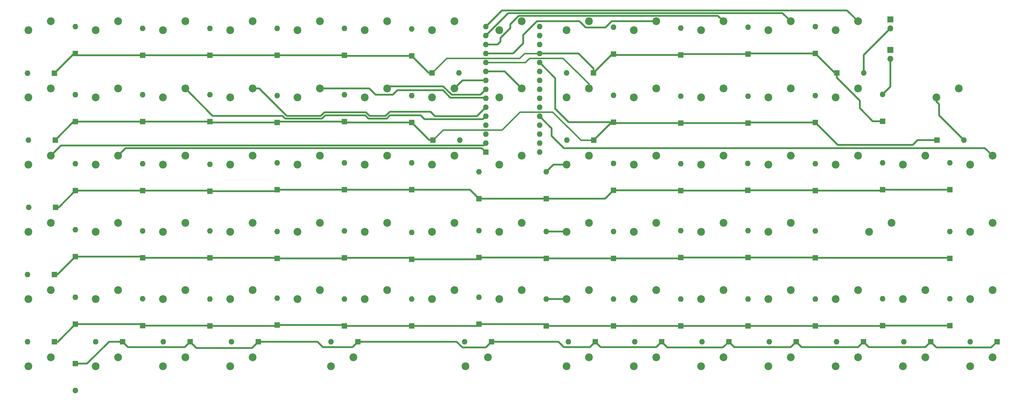
<source format=gbr>
G04 #@! TF.GenerationSoftware,KiCad,Pcbnew,(5.1.6-0-10_14)*
G04 #@! TF.CreationDate,2020-07-14T21:26:00+02:00*
G04 #@! TF.ProjectId,can-ortholinear-keyboard,63616e2d-6f72-4746-986f-6c696e656172,0.1*
G04 #@! TF.SameCoordinates,Original*
G04 #@! TF.FileFunction,Copper,L2,Bot*
G04 #@! TF.FilePolarity,Positive*
%FSLAX46Y46*%
G04 Gerber Fmt 4.6, Leading zero omitted, Abs format (unit mm)*
G04 Created by KiCad (PCBNEW (5.1.6-0-10_14)) date 2020-07-14 21:26:00*
%MOMM*%
%LPD*%
G01*
G04 APERTURE LIST*
G04 #@! TA.AperFunction,ComponentPad*
%ADD10C,2.200000*%
G04 #@! TD*
G04 #@! TA.AperFunction,ComponentPad*
%ADD11O,1.700000X1.700000*%
G04 #@! TD*
G04 #@! TA.AperFunction,ComponentPad*
%ADD12R,1.700000X1.700000*%
G04 #@! TD*
G04 #@! TA.AperFunction,ComponentPad*
%ADD13O,1.600000X1.600000*%
G04 #@! TD*
G04 #@! TA.AperFunction,ComponentPad*
%ADD14R,1.600000X1.600000*%
G04 #@! TD*
G04 #@! TA.AperFunction,Conductor*
%ADD15C,0.500000*%
G04 #@! TD*
G04 #@! TA.AperFunction,Conductor*
%ADD16C,0.400000*%
G04 #@! TD*
G04 APERTURE END LIST*
D10*
X159258000Y-57658000D03*
X165608000Y-55118000D03*
X283083000Y-95758000D03*
X289433000Y-93218000D03*
X273558000Y-76708000D03*
X279908000Y-74168000D03*
X311658000Y-133858000D03*
X318008000Y-131318000D03*
X311658000Y-114808000D03*
X318008000Y-112268000D03*
X311658000Y-95758000D03*
X318008000Y-93218000D03*
X311658000Y-76708000D03*
X318008000Y-74168000D03*
D11*
X289052000Y-46736000D03*
D12*
X289052000Y-44196000D03*
D10*
X292608000Y-133858000D03*
X298958000Y-131318000D03*
X292608000Y-114808000D03*
X298958000Y-112268000D03*
X292608000Y-76708000D03*
X298958000Y-74168000D03*
X302133000Y-57658000D03*
X308483000Y-55118000D03*
D11*
X289052000Y-38100000D03*
D12*
X289052000Y-35560000D03*
D10*
X273558000Y-133858000D03*
X279908000Y-131318000D03*
X273558000Y-114808000D03*
X279908000Y-112268000D03*
X273558000Y-57658000D03*
X279908000Y-55118000D03*
X273558000Y-38608000D03*
X279908000Y-36068000D03*
X254508000Y-133858000D03*
X260858000Y-131318000D03*
X254508000Y-114808000D03*
X260858000Y-112268000D03*
X254508000Y-95758000D03*
X260858000Y-93218000D03*
X254508000Y-76708000D03*
X260858000Y-74168000D03*
X254508000Y-57658000D03*
X260858000Y-55118000D03*
X254508000Y-38608000D03*
X260858000Y-36068000D03*
X235458000Y-133858000D03*
X241808000Y-131318000D03*
X235458000Y-114808000D03*
X241808000Y-112268000D03*
X235458000Y-95758000D03*
X241808000Y-93218000D03*
X235458000Y-76708000D03*
X241808000Y-74168000D03*
X235458000Y-57658000D03*
X241808000Y-55118000D03*
X235458000Y-38608000D03*
X241808000Y-36068000D03*
X216408000Y-133858000D03*
X222758000Y-131318000D03*
X216408000Y-114808000D03*
X222758000Y-112268000D03*
X216408000Y-95758000D03*
X222758000Y-93218000D03*
X216408000Y-76708000D03*
X222758000Y-74168000D03*
X216408000Y-57658000D03*
X222758000Y-55118000D03*
X216408000Y-38608000D03*
X222758000Y-36068000D03*
X197358000Y-133858000D03*
X203708000Y-131318000D03*
X197358000Y-114808000D03*
X203708000Y-112268000D03*
X197358000Y-95758000D03*
X203708000Y-93218000D03*
X197358000Y-76708000D03*
X203708000Y-74168000D03*
X197358000Y-57658000D03*
X203708000Y-55118000D03*
X197358000Y-38608000D03*
X203708000Y-36068000D03*
X178308000Y-114808000D03*
X184658000Y-112268000D03*
X178308000Y-95758000D03*
X184658000Y-93218000D03*
X178308000Y-76708000D03*
X184658000Y-74168000D03*
X178308000Y-57658000D03*
X184658000Y-55118000D03*
X178308000Y-38608000D03*
X184658000Y-36068000D03*
X168783000Y-133858000D03*
X175133000Y-131318000D03*
X159258000Y-114808000D03*
X165608000Y-112268000D03*
X159258000Y-95758000D03*
X165608000Y-93218000D03*
X159258000Y-76708000D03*
X165608000Y-74168000D03*
X159258000Y-38608000D03*
X165608000Y-36068000D03*
X140208000Y-114808000D03*
X146558000Y-112268000D03*
X140208000Y-95758000D03*
X146558000Y-93218000D03*
X140208000Y-76708000D03*
X146558000Y-74168000D03*
X140208000Y-57658000D03*
X146558000Y-55118000D03*
X140208000Y-38608000D03*
X146558000Y-36068000D03*
X130683000Y-133858000D03*
X137033000Y-131318000D03*
X121158000Y-114808000D03*
X127508000Y-112268000D03*
X121158000Y-95758000D03*
X127508000Y-93218000D03*
X121158000Y-76708000D03*
X127508000Y-74168000D03*
X121158000Y-57658000D03*
X127508000Y-55118000D03*
X121158000Y-38608000D03*
X127508000Y-36068000D03*
X102108000Y-133858000D03*
X108458000Y-131318000D03*
X102108000Y-114808000D03*
X108458000Y-112268000D03*
X102108000Y-95758000D03*
X108458000Y-93218000D03*
X102108000Y-76708000D03*
X108458000Y-74168000D03*
X102108000Y-57658000D03*
X108458000Y-55118000D03*
X102108000Y-38608000D03*
X108458000Y-36068000D03*
X83058000Y-133858000D03*
X89408000Y-131318000D03*
X83058000Y-114808000D03*
X89408000Y-112268000D03*
X83058000Y-95758000D03*
X89408000Y-93218000D03*
X83058000Y-76708000D03*
X89408000Y-74168000D03*
X83058000Y-57658000D03*
X89408000Y-55118000D03*
X83058000Y-38608000D03*
X89408000Y-36068000D03*
X64008000Y-133858000D03*
X70358000Y-131318000D03*
X64008000Y-114808000D03*
X70358000Y-112268000D03*
X64008000Y-95758000D03*
X70358000Y-93218000D03*
X64008000Y-76708000D03*
X70358000Y-74168000D03*
X64008000Y-57658000D03*
X70358000Y-55118000D03*
X64008000Y-38608000D03*
X70358000Y-36068000D03*
X44958000Y-133858000D03*
X51308000Y-131318000D03*
X44958000Y-114808000D03*
X51308000Y-112268000D03*
X44958000Y-95758000D03*
X51308000Y-93218000D03*
X44958000Y-76708000D03*
X51308000Y-74168000D03*
X44958000Y-57658000D03*
X51308000Y-55118000D03*
X44958000Y-38608000D03*
X51308000Y-36068000D03*
D13*
X311658000Y-126873000D03*
D14*
X319278000Y-126873000D03*
D13*
X305943000Y-114681000D03*
D14*
X305943000Y-122301000D03*
D13*
X305943000Y-95631000D03*
D14*
X305943000Y-103251000D03*
D13*
X305943000Y-76200000D03*
D14*
X305943000Y-83820000D03*
D13*
X286893000Y-56769000D03*
D14*
X286893000Y-64389000D03*
D13*
X292862000Y-126873000D03*
D14*
X300482000Y-126873000D03*
D13*
X286893000Y-114681000D03*
D14*
X286893000Y-122301000D03*
D13*
X286893000Y-76200000D03*
D14*
X286893000Y-83820000D03*
D13*
X309880000Y-69723000D03*
D14*
X302260000Y-69723000D03*
D13*
X281559000Y-50673000D03*
D14*
X273939000Y-50673000D03*
D13*
X273812000Y-126873000D03*
D14*
X281432000Y-126873000D03*
D13*
X267843000Y-114808000D03*
D14*
X267843000Y-122428000D03*
D13*
X267843000Y-95504000D03*
D14*
X267843000Y-103124000D03*
D13*
X267843000Y-76454000D03*
D14*
X267843000Y-84074000D03*
D13*
X267843000Y-57150000D03*
D14*
X267843000Y-64770000D03*
D13*
X267843000Y-37592000D03*
D14*
X267843000Y-45212000D03*
D13*
X254762000Y-126873000D03*
D14*
X262382000Y-126873000D03*
D13*
X248793000Y-114808000D03*
D14*
X248793000Y-122428000D03*
D13*
X248793000Y-95377000D03*
D14*
X248793000Y-102997000D03*
D13*
X248666000Y-76327000D03*
D14*
X248666000Y-83947000D03*
D13*
X248793000Y-57277000D03*
D14*
X248793000Y-64897000D03*
D13*
X248793000Y-37719000D03*
D14*
X248793000Y-45339000D03*
D13*
X235712000Y-126873000D03*
D14*
X243332000Y-126873000D03*
D13*
X229743000Y-114808000D03*
D14*
X229743000Y-122428000D03*
D13*
X229743000Y-95377000D03*
D14*
X229743000Y-102997000D03*
D13*
X229743000Y-76454000D03*
D14*
X229743000Y-84074000D03*
D13*
X229743000Y-57277000D03*
D14*
X229743000Y-64897000D03*
D13*
X229743000Y-37973000D03*
D14*
X229743000Y-45593000D03*
D13*
X216662000Y-126873000D03*
D14*
X224282000Y-126873000D03*
D13*
X210693000Y-114808000D03*
D14*
X210693000Y-122428000D03*
D13*
X210693000Y-95631000D03*
D14*
X210693000Y-103251000D03*
D13*
X210693000Y-76327000D03*
D14*
X210693000Y-83947000D03*
D13*
X210693000Y-57023000D03*
D14*
X210693000Y-64643000D03*
D13*
X210693000Y-37719000D03*
D14*
X210693000Y-45339000D03*
D13*
X197866000Y-126873000D03*
D14*
X205486000Y-126873000D03*
D13*
X191643000Y-114808000D03*
D14*
X191643000Y-122428000D03*
D13*
X191643000Y-95631000D03*
D14*
X191643000Y-103251000D03*
D13*
X191643000Y-78740000D03*
D14*
X191643000Y-86360000D03*
D13*
X197485000Y-69723000D03*
D14*
X205105000Y-69723000D03*
D13*
X197358000Y-50673000D03*
D14*
X204978000Y-50673000D03*
D13*
X172593000Y-114300000D03*
D14*
X172593000Y-121920000D03*
D13*
X172593000Y-95377000D03*
D14*
X172593000Y-102997000D03*
D13*
X172593000Y-78740000D03*
D14*
X172593000Y-86360000D03*
D13*
X167132000Y-69723000D03*
D14*
X159512000Y-69723000D03*
D13*
X166878000Y-50673000D03*
D14*
X159258000Y-50673000D03*
D13*
X168529000Y-126873000D03*
D14*
X176149000Y-126873000D03*
D13*
X153543000Y-114808000D03*
D14*
X153543000Y-122428000D03*
D13*
X153543000Y-95885000D03*
D14*
X153543000Y-103505000D03*
D13*
X153543000Y-76200000D03*
D14*
X153543000Y-83820000D03*
D13*
X153543000Y-57150000D03*
D14*
X153543000Y-64770000D03*
D13*
X153543000Y-38227000D03*
D14*
X153543000Y-45847000D03*
D13*
X134493000Y-114808000D03*
D14*
X134493000Y-122428000D03*
D13*
X134493000Y-95504000D03*
D14*
X134493000Y-103124000D03*
D13*
X134493000Y-76200000D03*
D14*
X134493000Y-83820000D03*
D13*
X134493000Y-56896000D03*
D14*
X134493000Y-64516000D03*
D13*
X134493000Y-38100000D03*
D14*
X134493000Y-45720000D03*
D13*
X130683000Y-126873000D03*
D14*
X138303000Y-126873000D03*
D13*
X115443000Y-114554000D03*
D14*
X115443000Y-122174000D03*
D13*
X115443000Y-95631000D03*
D14*
X115443000Y-103251000D03*
D13*
X115443000Y-76200000D03*
D14*
X115443000Y-83820000D03*
D13*
X115443000Y-57150000D03*
D14*
X115443000Y-64770000D03*
D13*
X115443000Y-38100000D03*
D14*
X115443000Y-45720000D03*
D13*
X102489000Y-126873000D03*
D14*
X110109000Y-126873000D03*
D13*
X96393000Y-114808000D03*
D14*
X96393000Y-122428000D03*
D13*
X96393000Y-95504000D03*
D14*
X96393000Y-103124000D03*
D13*
X96393000Y-76581000D03*
D14*
X96393000Y-84201000D03*
D13*
X96393000Y-56896000D03*
D14*
X96393000Y-64516000D03*
D13*
X96393000Y-38100000D03*
D14*
X96393000Y-45720000D03*
D13*
X83185000Y-126873000D03*
D14*
X90805000Y-126873000D03*
D13*
X77343000Y-114681000D03*
D14*
X77343000Y-122301000D03*
D13*
X77343000Y-95504000D03*
D14*
X77343000Y-103124000D03*
D13*
X77343000Y-76454000D03*
D14*
X77343000Y-84074000D03*
D13*
X77343000Y-56896000D03*
D14*
X77343000Y-64516000D03*
D13*
X77343000Y-38100000D03*
D14*
X77343000Y-45720000D03*
D13*
X64008000Y-126873000D03*
D14*
X71628000Y-126873000D03*
D13*
X58293000Y-114300000D03*
D14*
X58293000Y-121920000D03*
D13*
X58293000Y-95123000D03*
D14*
X58293000Y-102743000D03*
D13*
X58293000Y-76454000D03*
D14*
X58293000Y-84074000D03*
D13*
X58293000Y-56896000D03*
D14*
X58293000Y-64516000D03*
D13*
X58293000Y-37592000D03*
D14*
X58293000Y-45212000D03*
D13*
X58293000Y-140716000D03*
D14*
X58293000Y-133096000D03*
D13*
X44704000Y-126873000D03*
D14*
X52324000Y-126873000D03*
D13*
X44704000Y-107823000D03*
D14*
X52324000Y-107823000D03*
D13*
X45085000Y-88773000D03*
D14*
X52705000Y-88773000D03*
D13*
X44958000Y-69723000D03*
D14*
X52578000Y-69723000D03*
D13*
X44704000Y-50800000D03*
D14*
X52324000Y-50800000D03*
D13*
X189738000Y-37592000D03*
X174498000Y-37592000D03*
X189738000Y-73152000D03*
X174498000Y-40132000D03*
X189738000Y-70612000D03*
X174498000Y-42672000D03*
X189738000Y-68072000D03*
X174498000Y-45212000D03*
X189738000Y-65532000D03*
X174498000Y-47752000D03*
X189738000Y-62992000D03*
X174498000Y-50292000D03*
X189738000Y-60452000D03*
X174498000Y-52832000D03*
X189738000Y-57912000D03*
X174498000Y-55372000D03*
X189738000Y-55372000D03*
X174498000Y-57912000D03*
X189738000Y-52832000D03*
X174498000Y-60452000D03*
X189738000Y-50292000D03*
X174498000Y-62992000D03*
X189738000Y-47752000D03*
X174498000Y-65532000D03*
X189738000Y-45212000D03*
X174498000Y-68072000D03*
X189738000Y-42672000D03*
X174498000Y-70612000D03*
X189738000Y-40132000D03*
D14*
X174498000Y-73152000D03*
D15*
X179122019Y-32967981D02*
X276807981Y-32967981D01*
X276807981Y-32967981D02*
X279908000Y-36068000D01*
X174498000Y-37592000D02*
X179122019Y-32967981D01*
X180912010Y-33717990D02*
X258507990Y-33717990D01*
X258507990Y-33717990D02*
X260858000Y-36068000D01*
X174498000Y-40132000D02*
X180912010Y-33717990D01*
X240207999Y-34467999D02*
X241808000Y-36068000D01*
X181483000Y-36874998D02*
X183889999Y-34467999D01*
X178689000Y-40767000D02*
X181483000Y-37973000D01*
X183889999Y-34467999D02*
X240207999Y-34467999D01*
X178689000Y-41783000D02*
X178689000Y-40767000D01*
X181483000Y-37973000D02*
X181483000Y-36874998D01*
X177800000Y-42672000D02*
X178689000Y-41783000D01*
X174498000Y-42672000D02*
X177800000Y-42672000D01*
X210185000Y-36068000D02*
X222758000Y-36068000D01*
X208407000Y-37846000D02*
X210185000Y-36068000D01*
X202819000Y-37846000D02*
X208407000Y-37846000D01*
X201041000Y-36068000D02*
X202819000Y-37846000D01*
X188976000Y-36068000D02*
X201041000Y-36068000D01*
X185130047Y-39913953D02*
X188976000Y-36068000D01*
X185130047Y-42326953D02*
X185130047Y-39913953D01*
X182245000Y-45212000D02*
X185130047Y-42326953D01*
X174498000Y-45212000D02*
X182245000Y-45212000D01*
D16*
X203708000Y-53848000D02*
X203708000Y-55118000D01*
X186924001Y-46501999D02*
X196361999Y-46501999D01*
X185674000Y-47752000D02*
X186924001Y-46501999D01*
X196361999Y-46501999D02*
X203708000Y-53848000D01*
X174498000Y-47752000D02*
X185674000Y-47752000D01*
D15*
X196596000Y-72009000D02*
X315849000Y-72009000D01*
X315849000Y-72009000D02*
X318008000Y-74168000D01*
X193167000Y-68580000D02*
X196596000Y-72009000D01*
X193167000Y-66421000D02*
X193167000Y-68580000D01*
X189738000Y-62992000D02*
X193167000Y-66421000D01*
X179832000Y-50292000D02*
X184658000Y-55118000D01*
X174498000Y-50292000D02*
X179832000Y-50292000D01*
X167894000Y-52832000D02*
X165608000Y-55118000D01*
X174498000Y-52832000D02*
X167894000Y-52832000D01*
X67818000Y-126873000D02*
X71628000Y-126873000D01*
X61595000Y-133096000D02*
X67818000Y-126873000D01*
X58293000Y-133096000D02*
X61595000Y-133096000D01*
X302133000Y-128524000D02*
X317627000Y-128524000D01*
X317627000Y-128524000D02*
X319278000Y-126873000D01*
X300482000Y-126873000D02*
X302133000Y-128524000D01*
X282956000Y-128397000D02*
X298958000Y-128397000D01*
X298958000Y-128397000D02*
X300482000Y-126873000D01*
X281432000Y-126873000D02*
X282956000Y-128397000D01*
X279908000Y-128397000D02*
X281432000Y-126873000D01*
X263906000Y-128397000D02*
X279908000Y-128397000D01*
X262382000Y-126873000D02*
X263906000Y-128397000D01*
X260858000Y-128397000D02*
X262382000Y-126873000D01*
X244856000Y-128397000D02*
X260858000Y-128397000D01*
X243332000Y-126873000D02*
X244856000Y-128397000D01*
X241681000Y-128524000D02*
X243332000Y-126873000D01*
X225933000Y-128524000D02*
X241681000Y-128524000D01*
X224282000Y-126873000D02*
X225933000Y-128524000D01*
X222758000Y-128397000D02*
X224282000Y-126873000D01*
X207010000Y-128397000D02*
X222758000Y-128397000D01*
X205486000Y-126873000D02*
X207010000Y-128397000D01*
X203962000Y-128397000D02*
X205486000Y-126873000D01*
X195125999Y-126873000D02*
X196649999Y-128397000D01*
X196649999Y-128397000D02*
X203962000Y-128397000D01*
X176149000Y-126873000D02*
X195125999Y-126873000D01*
X174498000Y-128524000D02*
X176149000Y-126873000D01*
X167894000Y-128524000D02*
X174498000Y-128524000D01*
X166243000Y-126873000D02*
X167894000Y-128524000D01*
X138303000Y-126873000D02*
X166243000Y-126873000D01*
X136779000Y-128397000D02*
X138303000Y-126873000D01*
X128397000Y-128397000D02*
X136779000Y-128397000D01*
X126873000Y-126873000D02*
X128397000Y-128397000D01*
X110109000Y-126873000D02*
X126873000Y-126873000D01*
X108331000Y-128651000D02*
X110109000Y-126873000D01*
X92583000Y-128651000D02*
X108331000Y-128651000D01*
X90805000Y-126873000D02*
X92583000Y-128651000D01*
X73152000Y-128397000D02*
X89281000Y-128397000D01*
X89281000Y-128397000D02*
X90805000Y-126873000D01*
X71628000Y-126873000D02*
X73152000Y-128397000D01*
X162433000Y-54483000D02*
X147193000Y-54483000D01*
X164846000Y-56896000D02*
X162433000Y-54483000D01*
X172974000Y-56896000D02*
X164846000Y-56896000D01*
X147193000Y-54483000D02*
X146558000Y-55118000D01*
X174498000Y-55372000D02*
X172974000Y-56896000D01*
X53340000Y-126873000D02*
X58293000Y-121920000D01*
X52324000Y-126873000D02*
X53340000Y-126873000D01*
X76962000Y-121920000D02*
X77343000Y-122301000D01*
X58293000Y-121920000D02*
X76962000Y-121920000D01*
X96266000Y-122301000D02*
X96393000Y-122428000D01*
X77343000Y-122301000D02*
X96266000Y-122301000D01*
X115189000Y-122428000D02*
X115443000Y-122174000D01*
X96393000Y-122428000D02*
X115189000Y-122428000D01*
X134239000Y-122174000D02*
X134493000Y-122428000D01*
X115443000Y-122174000D02*
X134239000Y-122174000D01*
X134493000Y-122428000D02*
X153543000Y-122428000D01*
X172085000Y-122428000D02*
X172593000Y-121920000D01*
X153543000Y-122428000D02*
X172085000Y-122428000D01*
X191135000Y-121920000D02*
X191643000Y-122428000D01*
X172593000Y-121920000D02*
X191135000Y-121920000D01*
X191643000Y-122428000D02*
X210693000Y-122428000D01*
X210693000Y-122428000D02*
X229743000Y-122428000D01*
X229743000Y-122428000D02*
X248793000Y-122428000D01*
X248793000Y-122428000D02*
X267843000Y-122428000D01*
X286766000Y-122428000D02*
X286893000Y-122301000D01*
X267843000Y-122428000D02*
X286766000Y-122428000D01*
X286893000Y-122301000D02*
X305943000Y-122301000D01*
X141478000Y-55118000D02*
X127508000Y-55118000D01*
X143256000Y-56896000D02*
X141478000Y-55118000D01*
X148209000Y-56896000D02*
X143256000Y-56896000D01*
X149479000Y-55626000D02*
X148209000Y-56896000D01*
X164482500Y-57697999D02*
X162410501Y-55626000D01*
X162410501Y-55626000D02*
X149479000Y-55626000D01*
X174283999Y-57697999D02*
X164482500Y-57697999D01*
X174498000Y-57912000D02*
X174283999Y-57697999D01*
X53213000Y-107823000D02*
X58293000Y-102743000D01*
X52324000Y-107823000D02*
X53213000Y-107823000D01*
X76962000Y-102743000D02*
X77343000Y-103124000D01*
X58293000Y-102743000D02*
X76962000Y-102743000D01*
X77343000Y-103124000D02*
X96393000Y-103124000D01*
X115316000Y-103124000D02*
X115443000Y-103251000D01*
X96393000Y-103124000D02*
X115316000Y-103124000D01*
X134366000Y-103251000D02*
X134493000Y-103124000D01*
X115443000Y-103251000D02*
X134366000Y-103251000D01*
X153162000Y-103124000D02*
X153543000Y-103505000D01*
X134493000Y-103124000D02*
X153162000Y-103124000D01*
X172085000Y-103505000D02*
X172593000Y-102997000D01*
X153543000Y-103505000D02*
X172085000Y-103505000D01*
X191389000Y-102997000D02*
X191643000Y-103251000D01*
X172593000Y-102997000D02*
X191389000Y-102997000D01*
X191643000Y-103251000D02*
X210693000Y-103251000D01*
X229489000Y-103251000D02*
X229743000Y-102997000D01*
X210693000Y-103251000D02*
X229489000Y-103251000D01*
X229743000Y-102997000D02*
X248793000Y-102997000D01*
X267716000Y-102997000D02*
X267843000Y-103124000D01*
X248793000Y-102997000D02*
X267716000Y-102997000D01*
X305816000Y-103124000D02*
X305943000Y-103251000D01*
X267843000Y-103124000D02*
X305816000Y-103124000D01*
X110363000Y-55118000D02*
X108458000Y-55118000D01*
X140589000Y-61849000D02*
X128778000Y-61849000D01*
X141605000Y-62865000D02*
X140589000Y-61849000D01*
X146177000Y-62865000D02*
X141605000Y-62865000D01*
X174498000Y-60452000D02*
X171958000Y-62992000D01*
X147320000Y-61722000D02*
X146177000Y-62865000D01*
X171958000Y-62992000D02*
X160147000Y-62992000D01*
X160147000Y-62992000D02*
X158877000Y-61722000D01*
X158877000Y-61722000D02*
X147320000Y-61722000D01*
X118110000Y-62865000D02*
X110363000Y-55118000D01*
X127762000Y-62865000D02*
X118110000Y-62865000D01*
X128778000Y-61849000D02*
X127762000Y-62865000D01*
X53594000Y-88773000D02*
X58293000Y-84074000D01*
X52705000Y-88773000D02*
X53594000Y-88773000D01*
X58293000Y-84074000D02*
X77343000Y-84074000D01*
X96266000Y-84074000D02*
X96393000Y-84201000D01*
X77343000Y-84074000D02*
X96266000Y-84074000D01*
X115062000Y-84201000D02*
X115443000Y-83820000D01*
X96393000Y-84201000D02*
X115062000Y-84201000D01*
X115443000Y-83820000D02*
X134493000Y-83820000D01*
X134493000Y-83820000D02*
X153543000Y-83820000D01*
X170053000Y-83820000D02*
X172593000Y-86360000D01*
X153543000Y-83820000D02*
X170053000Y-83820000D01*
X172593000Y-86360000D02*
X191643000Y-86360000D01*
X208280000Y-86360000D02*
X210693000Y-83947000D01*
X191643000Y-86360000D02*
X208280000Y-86360000D01*
X229616000Y-83947000D02*
X229743000Y-84074000D01*
X210693000Y-83947000D02*
X229616000Y-83947000D01*
X248539000Y-84074000D02*
X248666000Y-83947000D01*
X229743000Y-84074000D02*
X248539000Y-84074000D01*
X267716000Y-83947000D02*
X267843000Y-84074000D01*
X248666000Y-83947000D02*
X267716000Y-83947000D01*
X286639000Y-84074000D02*
X286893000Y-83820000D01*
X267843000Y-84074000D02*
X286639000Y-84074000D01*
X286893000Y-83820000D02*
X305943000Y-83820000D01*
X140417326Y-62738000D02*
X129032000Y-62738000D01*
X128154990Y-63615010D02*
X117717010Y-63615010D01*
X141294336Y-63615011D02*
X140417326Y-62738000D01*
X174498000Y-62992000D02*
X173698001Y-63791999D01*
X173698001Y-63791999D02*
X157136999Y-63791999D01*
X157136999Y-63791999D02*
X156083000Y-62738000D01*
X97155000Y-62865000D02*
X90507999Y-56217999D01*
X156083000Y-62738000D02*
X147364674Y-62738000D01*
X146487664Y-63615011D02*
X141294336Y-63615011D01*
X147364674Y-62738000D02*
X146487664Y-63615011D01*
X129032000Y-62738000D02*
X128154990Y-63615010D01*
X90507999Y-56217999D02*
X89408000Y-55118000D01*
X116967000Y-62865000D02*
X97155000Y-62865000D01*
X117717010Y-63615010D02*
X116967000Y-62865000D01*
X274193000Y-71120000D02*
X267843000Y-64770000D01*
X295402000Y-71120000D02*
X274193000Y-71120000D01*
X296799000Y-69723000D02*
X295402000Y-71120000D01*
X302260000Y-69723000D02*
X296799000Y-69723000D01*
X248920000Y-64770000D02*
X248793000Y-64897000D01*
X267843000Y-64770000D02*
X248920000Y-64770000D01*
X248793000Y-64897000D02*
X229743000Y-64897000D01*
X210947000Y-64897000D02*
X210693000Y-64643000D01*
X229743000Y-64897000D02*
X210947000Y-64897000D01*
X210185000Y-64643000D02*
X205105000Y-69723000D01*
X210693000Y-64643000D02*
X210185000Y-64643000D01*
X194183000Y-52197000D02*
X189738000Y-47752000D01*
X197993000Y-64643000D02*
X194183000Y-60833000D01*
X194183000Y-60833000D02*
X194183000Y-52197000D01*
X210693000Y-64643000D02*
X197993000Y-64643000D01*
D16*
X162413001Y-66821999D02*
X159512000Y-69723000D01*
X193440999Y-61741999D02*
X184200003Y-61741999D01*
X179120003Y-66821999D02*
X162413001Y-66821999D01*
X184200003Y-61741999D02*
X179120003Y-66821999D01*
X201422000Y-69723000D02*
X193440999Y-61741999D01*
X205105000Y-69723000D02*
X201422000Y-69723000D01*
D15*
X158496000Y-69723000D02*
X153543000Y-64770000D01*
X159512000Y-69723000D02*
X158496000Y-69723000D01*
X134747000Y-64770000D02*
X134493000Y-64516000D01*
X153543000Y-64770000D02*
X134747000Y-64770000D01*
X115697000Y-64516000D02*
X115443000Y-64770000D01*
X134493000Y-64516000D02*
X115697000Y-64516000D01*
X96647000Y-64770000D02*
X96393000Y-64516000D01*
X115443000Y-64770000D02*
X96647000Y-64770000D01*
X96393000Y-64516000D02*
X77343000Y-64516000D01*
X77343000Y-64516000D02*
X58293000Y-64516000D01*
X57785000Y-64516000D02*
X52578000Y-69723000D01*
X58293000Y-64516000D02*
X57785000Y-64516000D01*
X273939000Y-52070000D02*
X273939000Y-50673000D01*
X280416000Y-60706000D02*
X280416000Y-58547000D01*
X284099000Y-64389000D02*
X280416000Y-60706000D01*
X280416000Y-58547000D02*
X273939000Y-52070000D01*
X286893000Y-64389000D02*
X284099000Y-64389000D01*
X273304000Y-50673000D02*
X267843000Y-45212000D01*
X273939000Y-50673000D02*
X273304000Y-50673000D01*
X248920000Y-45212000D02*
X248793000Y-45339000D01*
X267843000Y-45212000D02*
X248920000Y-45212000D01*
X229997000Y-45339000D02*
X229743000Y-45593000D01*
X248793000Y-45339000D02*
X229997000Y-45339000D01*
X210947000Y-45593000D02*
X210693000Y-45339000D01*
X229743000Y-45593000D02*
X210947000Y-45593000D01*
X210312000Y-45339000D02*
X204978000Y-50673000D01*
X210693000Y-45339000D02*
X210312000Y-45339000D01*
X200817000Y-45212000D02*
X189738000Y-45212000D01*
X204978000Y-49373000D02*
X200817000Y-45212000D01*
X204978000Y-50673000D02*
X204978000Y-49373000D01*
X158369000Y-50673000D02*
X153543000Y-45847000D01*
X159258000Y-50673000D02*
X158369000Y-50673000D01*
X134620000Y-45847000D02*
X134493000Y-45720000D01*
X153543000Y-45847000D02*
X134620000Y-45847000D01*
X134493000Y-45720000D02*
X115443000Y-45720000D01*
X115443000Y-45720000D02*
X96393000Y-45720000D01*
X96393000Y-45720000D02*
X77343000Y-45720000D01*
X58801000Y-45720000D02*
X58293000Y-45212000D01*
X77343000Y-45720000D02*
X58801000Y-45720000D01*
X57912000Y-45212000D02*
X52324000Y-50800000D01*
X58293000Y-45212000D02*
X57912000Y-45212000D01*
D16*
X184130001Y-46501999D02*
X163429001Y-46501999D01*
X163429001Y-46501999D02*
X159258000Y-50673000D01*
X185420000Y-45212000D02*
X184130001Y-46501999D01*
X189738000Y-45212000D02*
X185420000Y-45212000D01*
D15*
X54229000Y-71247000D02*
X173863000Y-71247000D01*
X173863000Y-71247000D02*
X174498000Y-70612000D01*
X51308000Y-74168000D02*
X54229000Y-71247000D01*
X72517000Y-72009000D02*
X70358000Y-74168000D01*
X173355000Y-72009000D02*
X72517000Y-72009000D01*
X174498000Y-73152000D02*
X173355000Y-72009000D01*
X193675000Y-76708000D02*
X197358000Y-76708000D01*
X191643000Y-78740000D02*
X193675000Y-76708000D01*
X197231000Y-95631000D02*
X197358000Y-95758000D01*
X191643000Y-95631000D02*
X197231000Y-95631000D01*
X191643000Y-114808000D02*
X197358000Y-114808000D01*
X281559000Y-45593000D02*
X281559000Y-50673000D01*
X289052000Y-38100000D02*
X281559000Y-45593000D01*
X302895000Y-59563000D02*
X302895000Y-62738000D01*
X302895000Y-62738000D02*
X309880000Y-69723000D01*
X302133000Y-58801000D02*
X302895000Y-59563000D01*
X302133000Y-57658000D02*
X302133000Y-58801000D01*
X289052000Y-54610000D02*
X286893000Y-56769000D01*
X289052000Y-46736000D02*
X289052000Y-54610000D01*
M02*

</source>
